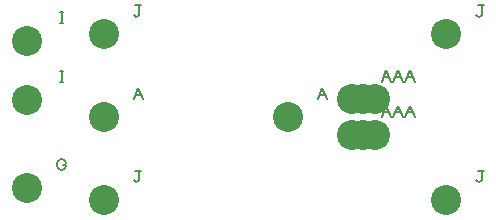
<source format=gbr>
G04 DesignSpark PCB Gerber Version 10.0 Build 5299*
G04 #@! TF.Part,Single*
G04 #@! TF.FileFunction,Drillmap*
G04 #@! TF.FilePolarity,Positive*
%FSLAX35Y35*%
%MOMM*%
%ADD70C,0.12700*%
G04 #@! TA.AperFunction,ViaPad*
%ADD19C,2.54000*%
G04 #@! TD.AperFunction*
X0Y0D02*
D02*
D19*
X1323130Y736980D03*
Y1981980D03*
X1323580Y1482280D03*
X1973130Y636980D03*
Y1336980D03*
Y2036980D03*
X3532180Y1336980D03*
X4073130Y1186980D03*
Y1486980D03*
X4173130Y1186980D03*
Y1486980D03*
X4273130Y1186980D03*
Y1486980D03*
X4873130Y636980D03*
Y2036980D03*
D02*
D70*
X1632690Y927480D02*
X1656510D01*
Y919540D01*
X1648570Y903670D01*
X1640630Y895730D01*
X1624760Y887790D01*
X1608880D01*
X1593010Y895730D01*
X1585070Y903670D01*
X1577130Y919540D01*
Y951290D01*
X1585070Y967170D01*
X1593010Y975110D01*
X1608880Y983040D01*
X1624760D01*
X1640630Y975110D01*
X1648570Y967170D01*
X1656510Y951290D01*
X1600940Y2132790D02*
X1632690D01*
X1616820D02*
Y2228040D01*
X1600940D02*
X1632690D01*
X1601390Y1633090D02*
X1633140D01*
X1617270D02*
Y1728340D01*
X1601390D02*
X1633140D01*
X2227130Y803670D02*
X2235070Y795730D01*
X2250940Y787790D01*
X2266820Y795730D01*
X2274760Y803670D01*
Y883040D01*
X2290630D01*
X2274760D02*
X2243010D01*
X2227130Y1487790D02*
X2266820Y1583040D01*
X2306510Y1487790D01*
X2243010Y1527480D02*
X2290630D01*
X2227130Y2203670D02*
X2235070Y2195730D01*
X2250940Y2187790D01*
X2266820Y2195730D01*
X2274760Y2203670D01*
Y2283040D01*
X2290630D01*
X2274760D02*
X2243010D01*
X3786180Y1487790D02*
X3825870Y1583040D01*
X3865560Y1487790D01*
X3802060Y1527480D02*
X3849680D01*
X4327130Y1337790D02*
X4366820Y1433040D01*
X4406510Y1337790D01*
X4343010Y1377480D02*
X4390630D01*
X4327130Y1637790D02*
X4366820Y1733040D01*
X4406510Y1637790D01*
X4343010Y1677480D02*
X4390630D01*
X4427130Y1337790D02*
X4466820Y1433040D01*
X4506510Y1337790D01*
X4443010Y1377480D02*
X4490630D01*
X4427130Y1637790D02*
X4466820Y1733040D01*
X4506510Y1637790D01*
X4443010Y1677480D02*
X4490630D01*
X4527130Y1337790D02*
X4566820Y1433040D01*
X4606510Y1337790D01*
X4543010Y1377480D02*
X4590630D01*
X4527130Y1637790D02*
X4566820Y1733040D01*
X4606510Y1637790D01*
X4543010Y1677480D02*
X4590630D01*
X5127130Y803670D02*
X5135070Y795730D01*
X5150940Y787790D01*
X5166820Y795730D01*
X5174760Y803670D01*
Y883040D01*
X5190630D01*
X5174760D02*
X5143010D01*
X5127130Y2203670D02*
X5135070Y2195730D01*
X5150940Y2187790D01*
X5166820Y2195730D01*
X5174760Y2203670D01*
Y2283040D01*
X5190630D01*
X5174760D02*
X5143010D01*
X0Y0D02*
M02*

</source>
